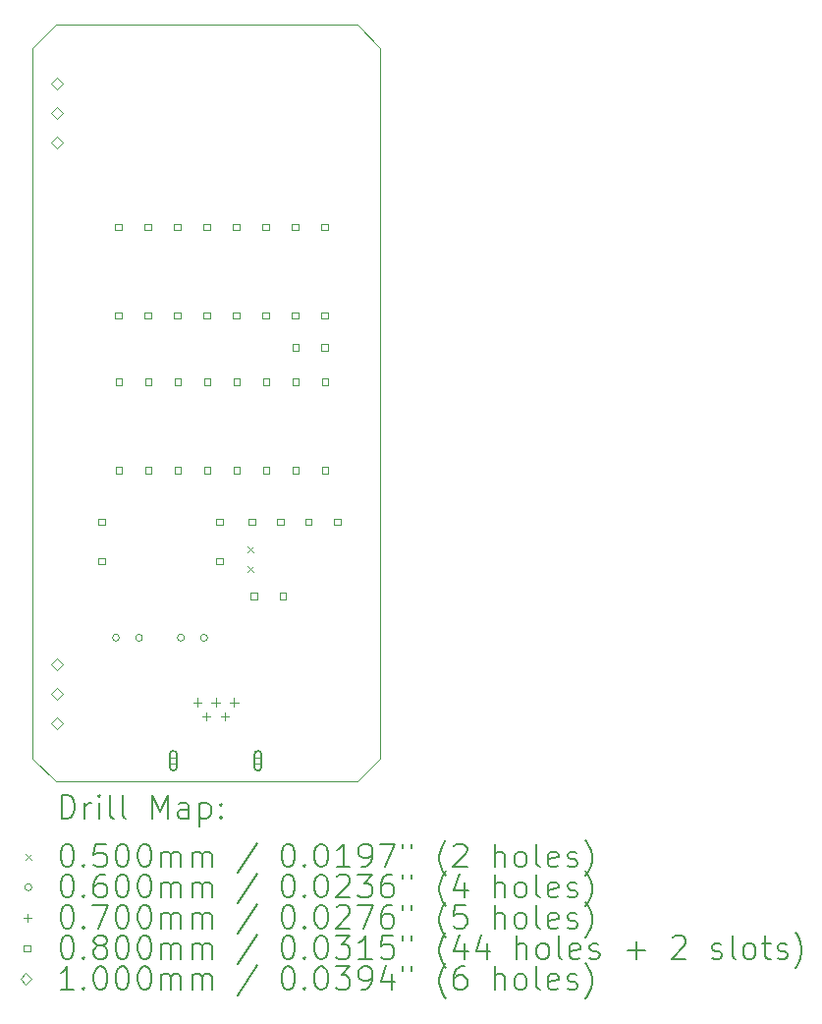
<source format=gbr>
%FSLAX45Y45*%
G04 Gerber Fmt 4.5, Leading zero omitted, Abs format (unit mm)*
G04 Created by KiCad (PCBNEW 6.0.1-79c1e3a40b~116~ubuntu21.04.1) date 2022-02-15 17:09:27*
%MOMM*%
%LPD*%
G01*
G04 APERTURE LIST*
%TA.AperFunction,Profile*%
%ADD10C,0.100000*%
%TD*%
%ADD11C,0.200000*%
%ADD12C,0.050000*%
%ADD13C,0.060000*%
%ADD14C,0.070000*%
%ADD15C,0.080000*%
%ADD16C,0.100000*%
G04 APERTURE END LIST*
D10*
X11540000Y-13060000D02*
X11540000Y-6940000D01*
X8740000Y-13260000D02*
X8540000Y-13060000D01*
X8740000Y-13260000D02*
X11340000Y-13260000D01*
X11340000Y-6740000D02*
X11540000Y-6940000D01*
X8540000Y-6940000D02*
X8740000Y-6740000D01*
X8740000Y-6740000D02*
X11340000Y-6740000D01*
X11340000Y-13260000D02*
X11540000Y-13060000D01*
X8540000Y-13060000D02*
X8540000Y-6940000D01*
D11*
D12*
X10395000Y-11230000D02*
X10445000Y-11280000D01*
X10445000Y-11230000D02*
X10395000Y-11280000D01*
X10395000Y-11400000D02*
X10445000Y-11450000D01*
X10445000Y-11400000D02*
X10395000Y-11450000D01*
D13*
X9290000Y-12020000D02*
G75*
G03*
X9290000Y-12020000I-30000J0D01*
G01*
X9490000Y-12020000D02*
G75*
G03*
X9490000Y-12020000I-30000J0D01*
G01*
X9850000Y-12020000D02*
G75*
G03*
X9850000Y-12020000I-30000J0D01*
G01*
X10050000Y-12020000D02*
G75*
G03*
X10050000Y-12020000I-30000J0D01*
G01*
D14*
X9960000Y-12540000D02*
X9960000Y-12610000D01*
X9925000Y-12575000D02*
X9995000Y-12575000D01*
X10040000Y-12660000D02*
X10040000Y-12730000D01*
X10005000Y-12695000D02*
X10075000Y-12695000D01*
X10120000Y-12540000D02*
X10120000Y-12610000D01*
X10085000Y-12575000D02*
X10155000Y-12575000D01*
X10200000Y-12660000D02*
X10200000Y-12730000D01*
X10165000Y-12695000D02*
X10235000Y-12695000D01*
X10280000Y-12540000D02*
X10280000Y-12610000D01*
X10245000Y-12575000D02*
X10315000Y-12575000D01*
D15*
X9168285Y-11048285D02*
X9168285Y-10991716D01*
X9111716Y-10991716D01*
X9111716Y-11048285D01*
X9168285Y-11048285D01*
X9168285Y-11388284D02*
X9168285Y-11331715D01*
X9111716Y-11331715D01*
X9111716Y-11388284D01*
X9168285Y-11388284D01*
X9310285Y-8508285D02*
X9310285Y-8451716D01*
X9253716Y-8451716D01*
X9253716Y-8508285D01*
X9310285Y-8508285D01*
X9310285Y-9270285D02*
X9310285Y-9213716D01*
X9253716Y-9213716D01*
X9253716Y-9270285D01*
X9310285Y-9270285D01*
X9313285Y-9841285D02*
X9313285Y-9784716D01*
X9256716Y-9784716D01*
X9256716Y-9841285D01*
X9313285Y-9841285D01*
X9313285Y-10603285D02*
X9313285Y-10546716D01*
X9256716Y-10546716D01*
X9256716Y-10603285D01*
X9313285Y-10603285D01*
X9564285Y-8508285D02*
X9564285Y-8451716D01*
X9507716Y-8451716D01*
X9507716Y-8508285D01*
X9564285Y-8508285D01*
X9564285Y-9270285D02*
X9564285Y-9213716D01*
X9507716Y-9213716D01*
X9507716Y-9270285D01*
X9564285Y-9270285D01*
X9567285Y-9841285D02*
X9567285Y-9784716D01*
X9510716Y-9784716D01*
X9510716Y-9841285D01*
X9567285Y-9841285D01*
X9567285Y-10603285D02*
X9567285Y-10546716D01*
X9510716Y-10546716D01*
X9510716Y-10603285D01*
X9567285Y-10603285D01*
X9783285Y-13108284D02*
X9783285Y-13051715D01*
X9726716Y-13051715D01*
X9726716Y-13108284D01*
X9783285Y-13108284D01*
D11*
X9725000Y-13025000D02*
X9725000Y-13135000D01*
X9785000Y-13025000D02*
X9785000Y-13135000D01*
X9725000Y-13135000D02*
G75*
G03*
X9785000Y-13135000I30000J0D01*
G01*
X9785000Y-13025000D02*
G75*
G03*
X9725000Y-13025000I-30000J0D01*
G01*
D15*
X9818285Y-8508285D02*
X9818285Y-8451716D01*
X9761716Y-8451716D01*
X9761716Y-8508285D01*
X9818285Y-8508285D01*
X9818285Y-9270285D02*
X9818285Y-9213716D01*
X9761716Y-9213716D01*
X9761716Y-9270285D01*
X9818285Y-9270285D01*
X9821285Y-9841285D02*
X9821285Y-9784716D01*
X9764716Y-9784716D01*
X9764716Y-9841285D01*
X9821285Y-9841285D01*
X9821285Y-10603285D02*
X9821285Y-10546716D01*
X9764716Y-10546716D01*
X9764716Y-10603285D01*
X9821285Y-10603285D01*
X10072285Y-8508285D02*
X10072285Y-8451716D01*
X10015716Y-8451716D01*
X10015716Y-8508285D01*
X10072285Y-8508285D01*
X10072285Y-9270285D02*
X10072285Y-9213716D01*
X10015716Y-9213716D01*
X10015716Y-9270285D01*
X10072285Y-9270285D01*
X10075285Y-9841285D02*
X10075285Y-9784716D01*
X10018716Y-9784716D01*
X10018716Y-9841285D01*
X10075285Y-9841285D01*
X10075285Y-10603285D02*
X10075285Y-10546716D01*
X10018716Y-10546716D01*
X10018716Y-10603285D01*
X10075285Y-10603285D01*
X10184285Y-11048285D02*
X10184285Y-10991716D01*
X10127716Y-10991716D01*
X10127716Y-11048285D01*
X10184285Y-11048285D01*
X10184285Y-11388284D02*
X10184285Y-11331715D01*
X10127716Y-11331715D01*
X10127716Y-11388284D01*
X10184285Y-11388284D01*
X10326285Y-8508285D02*
X10326285Y-8451716D01*
X10269716Y-8451716D01*
X10269716Y-8508285D01*
X10326285Y-8508285D01*
X10326285Y-9270285D02*
X10326285Y-9213716D01*
X10269716Y-9213716D01*
X10269716Y-9270285D01*
X10326285Y-9270285D01*
X10329285Y-9841285D02*
X10329285Y-9784716D01*
X10272716Y-9784716D01*
X10272716Y-9841285D01*
X10329285Y-9841285D01*
X10329285Y-10603285D02*
X10329285Y-10546716D01*
X10272716Y-10546716D01*
X10272716Y-10603285D01*
X10329285Y-10603285D01*
X10458285Y-11048285D02*
X10458285Y-10991716D01*
X10401716Y-10991716D01*
X10401716Y-11048285D01*
X10458285Y-11048285D01*
X10478285Y-11688284D02*
X10478285Y-11631715D01*
X10421716Y-11631715D01*
X10421716Y-11688284D01*
X10478285Y-11688284D01*
X10513285Y-13108284D02*
X10513285Y-13051715D01*
X10456716Y-13051715D01*
X10456716Y-13108284D01*
X10513285Y-13108284D01*
D11*
X10455000Y-13025000D02*
X10455000Y-13135000D01*
X10515000Y-13025000D02*
X10515000Y-13135000D01*
X10455000Y-13135000D02*
G75*
G03*
X10515000Y-13135000I30000J0D01*
G01*
X10515000Y-13025000D02*
G75*
G03*
X10455000Y-13025000I-30000J0D01*
G01*
D15*
X10580285Y-8508285D02*
X10580285Y-8451716D01*
X10523716Y-8451716D01*
X10523716Y-8508285D01*
X10580285Y-8508285D01*
X10580285Y-9270285D02*
X10580285Y-9213716D01*
X10523716Y-9213716D01*
X10523716Y-9270285D01*
X10580285Y-9270285D01*
X10583285Y-9841285D02*
X10583285Y-9784716D01*
X10526716Y-9784716D01*
X10526716Y-9841285D01*
X10583285Y-9841285D01*
X10583285Y-10603285D02*
X10583285Y-10546716D01*
X10526716Y-10546716D01*
X10526716Y-10603285D01*
X10583285Y-10603285D01*
X10708285Y-11048285D02*
X10708285Y-10991716D01*
X10651716Y-10991716D01*
X10651716Y-11048285D01*
X10708285Y-11048285D01*
X10728285Y-11688284D02*
X10728285Y-11631715D01*
X10671716Y-11631715D01*
X10671716Y-11688284D01*
X10728285Y-11688284D01*
X10834285Y-8508285D02*
X10834285Y-8451716D01*
X10777716Y-8451716D01*
X10777716Y-8508285D01*
X10834285Y-8508285D01*
X10834285Y-9270285D02*
X10834285Y-9213716D01*
X10777716Y-9213716D01*
X10777716Y-9270285D01*
X10834285Y-9270285D01*
X10837285Y-9841285D02*
X10837285Y-9784716D01*
X10780716Y-9784716D01*
X10780716Y-9841285D01*
X10837285Y-9841285D01*
X10837285Y-10603285D02*
X10837285Y-10546716D01*
X10780716Y-10546716D01*
X10780716Y-10603285D01*
X10837285Y-10603285D01*
X10838285Y-9548285D02*
X10838285Y-9491716D01*
X10781716Y-9491716D01*
X10781716Y-9548285D01*
X10838285Y-9548285D01*
X10948285Y-11048285D02*
X10948285Y-10991716D01*
X10891716Y-10991716D01*
X10891716Y-11048285D01*
X10948285Y-11048285D01*
X11088285Y-8508285D02*
X11088285Y-8451716D01*
X11031716Y-8451716D01*
X11031716Y-8508285D01*
X11088285Y-8508285D01*
X11088285Y-9270285D02*
X11088285Y-9213716D01*
X11031716Y-9213716D01*
X11031716Y-9270285D01*
X11088285Y-9270285D01*
X11088285Y-9548285D02*
X11088285Y-9491716D01*
X11031716Y-9491716D01*
X11031716Y-9548285D01*
X11088285Y-9548285D01*
X11091285Y-9841285D02*
X11091285Y-9784716D01*
X11034716Y-9784716D01*
X11034716Y-9841285D01*
X11091285Y-9841285D01*
X11091285Y-10603285D02*
X11091285Y-10546716D01*
X11034716Y-10546716D01*
X11034716Y-10603285D01*
X11091285Y-10603285D01*
X11198284Y-11048285D02*
X11198284Y-10991716D01*
X11141716Y-10991716D01*
X11141716Y-11048285D01*
X11198284Y-11048285D01*
D16*
X8750000Y-7296000D02*
X8800000Y-7246000D01*
X8750000Y-7196000D01*
X8700000Y-7246000D01*
X8750000Y-7296000D01*
X8750000Y-7550000D02*
X8800000Y-7500000D01*
X8750000Y-7450000D01*
X8700000Y-7500000D01*
X8750000Y-7550000D01*
X8750000Y-7804000D02*
X8800000Y-7754000D01*
X8750000Y-7704000D01*
X8700000Y-7754000D01*
X8750000Y-7804000D01*
X8750000Y-12296000D02*
X8800000Y-12246000D01*
X8750000Y-12196000D01*
X8700000Y-12246000D01*
X8750000Y-12296000D01*
X8750000Y-12550000D02*
X8800000Y-12500000D01*
X8750000Y-12450000D01*
X8700000Y-12500000D01*
X8750000Y-12550000D01*
X8750000Y-12804000D02*
X8800000Y-12754000D01*
X8750000Y-12704000D01*
X8700000Y-12754000D01*
X8750000Y-12804000D01*
D11*
X8792619Y-13575476D02*
X8792619Y-13375476D01*
X8840238Y-13375476D01*
X8868810Y-13385000D01*
X8887857Y-13404048D01*
X8897381Y-13423095D01*
X8906905Y-13461190D01*
X8906905Y-13489762D01*
X8897381Y-13527857D01*
X8887857Y-13546905D01*
X8868810Y-13565952D01*
X8840238Y-13575476D01*
X8792619Y-13575476D01*
X8992619Y-13575476D02*
X8992619Y-13442143D01*
X8992619Y-13480238D02*
X9002143Y-13461190D01*
X9011667Y-13451667D01*
X9030714Y-13442143D01*
X9049762Y-13442143D01*
X9116429Y-13575476D02*
X9116429Y-13442143D01*
X9116429Y-13375476D02*
X9106905Y-13385000D01*
X9116429Y-13394524D01*
X9125952Y-13385000D01*
X9116429Y-13375476D01*
X9116429Y-13394524D01*
X9240238Y-13575476D02*
X9221190Y-13565952D01*
X9211667Y-13546905D01*
X9211667Y-13375476D01*
X9345000Y-13575476D02*
X9325952Y-13565952D01*
X9316429Y-13546905D01*
X9316429Y-13375476D01*
X9573571Y-13575476D02*
X9573571Y-13375476D01*
X9640238Y-13518333D01*
X9706905Y-13375476D01*
X9706905Y-13575476D01*
X9887857Y-13575476D02*
X9887857Y-13470714D01*
X9878333Y-13451667D01*
X9859286Y-13442143D01*
X9821190Y-13442143D01*
X9802143Y-13451667D01*
X9887857Y-13565952D02*
X9868810Y-13575476D01*
X9821190Y-13575476D01*
X9802143Y-13565952D01*
X9792619Y-13546905D01*
X9792619Y-13527857D01*
X9802143Y-13508809D01*
X9821190Y-13499286D01*
X9868810Y-13499286D01*
X9887857Y-13489762D01*
X9983095Y-13442143D02*
X9983095Y-13642143D01*
X9983095Y-13451667D02*
X10002143Y-13442143D01*
X10040238Y-13442143D01*
X10059286Y-13451667D01*
X10068810Y-13461190D01*
X10078333Y-13480238D01*
X10078333Y-13537381D01*
X10068810Y-13556428D01*
X10059286Y-13565952D01*
X10040238Y-13575476D01*
X10002143Y-13575476D01*
X9983095Y-13565952D01*
X10164048Y-13556428D02*
X10173571Y-13565952D01*
X10164048Y-13575476D01*
X10154524Y-13565952D01*
X10164048Y-13556428D01*
X10164048Y-13575476D01*
X10164048Y-13451667D02*
X10173571Y-13461190D01*
X10164048Y-13470714D01*
X10154524Y-13461190D01*
X10164048Y-13451667D01*
X10164048Y-13470714D01*
D12*
X8485000Y-13880000D02*
X8535000Y-13930000D01*
X8535000Y-13880000D02*
X8485000Y-13930000D01*
D11*
X8830714Y-13795476D02*
X8849762Y-13795476D01*
X8868810Y-13805000D01*
X8878333Y-13814524D01*
X8887857Y-13833571D01*
X8897381Y-13871667D01*
X8897381Y-13919286D01*
X8887857Y-13957381D01*
X8878333Y-13976428D01*
X8868810Y-13985952D01*
X8849762Y-13995476D01*
X8830714Y-13995476D01*
X8811667Y-13985952D01*
X8802143Y-13976428D01*
X8792619Y-13957381D01*
X8783095Y-13919286D01*
X8783095Y-13871667D01*
X8792619Y-13833571D01*
X8802143Y-13814524D01*
X8811667Y-13805000D01*
X8830714Y-13795476D01*
X8983095Y-13976428D02*
X8992619Y-13985952D01*
X8983095Y-13995476D01*
X8973571Y-13985952D01*
X8983095Y-13976428D01*
X8983095Y-13995476D01*
X9173571Y-13795476D02*
X9078333Y-13795476D01*
X9068810Y-13890714D01*
X9078333Y-13881190D01*
X9097381Y-13871667D01*
X9145000Y-13871667D01*
X9164048Y-13881190D01*
X9173571Y-13890714D01*
X9183095Y-13909762D01*
X9183095Y-13957381D01*
X9173571Y-13976428D01*
X9164048Y-13985952D01*
X9145000Y-13995476D01*
X9097381Y-13995476D01*
X9078333Y-13985952D01*
X9068810Y-13976428D01*
X9306905Y-13795476D02*
X9325952Y-13795476D01*
X9345000Y-13805000D01*
X9354524Y-13814524D01*
X9364048Y-13833571D01*
X9373571Y-13871667D01*
X9373571Y-13919286D01*
X9364048Y-13957381D01*
X9354524Y-13976428D01*
X9345000Y-13985952D01*
X9325952Y-13995476D01*
X9306905Y-13995476D01*
X9287857Y-13985952D01*
X9278333Y-13976428D01*
X9268810Y-13957381D01*
X9259286Y-13919286D01*
X9259286Y-13871667D01*
X9268810Y-13833571D01*
X9278333Y-13814524D01*
X9287857Y-13805000D01*
X9306905Y-13795476D01*
X9497381Y-13795476D02*
X9516429Y-13795476D01*
X9535476Y-13805000D01*
X9545000Y-13814524D01*
X9554524Y-13833571D01*
X9564048Y-13871667D01*
X9564048Y-13919286D01*
X9554524Y-13957381D01*
X9545000Y-13976428D01*
X9535476Y-13985952D01*
X9516429Y-13995476D01*
X9497381Y-13995476D01*
X9478333Y-13985952D01*
X9468810Y-13976428D01*
X9459286Y-13957381D01*
X9449762Y-13919286D01*
X9449762Y-13871667D01*
X9459286Y-13833571D01*
X9468810Y-13814524D01*
X9478333Y-13805000D01*
X9497381Y-13795476D01*
X9649762Y-13995476D02*
X9649762Y-13862143D01*
X9649762Y-13881190D02*
X9659286Y-13871667D01*
X9678333Y-13862143D01*
X9706905Y-13862143D01*
X9725952Y-13871667D01*
X9735476Y-13890714D01*
X9735476Y-13995476D01*
X9735476Y-13890714D02*
X9745000Y-13871667D01*
X9764048Y-13862143D01*
X9792619Y-13862143D01*
X9811667Y-13871667D01*
X9821190Y-13890714D01*
X9821190Y-13995476D01*
X9916429Y-13995476D02*
X9916429Y-13862143D01*
X9916429Y-13881190D02*
X9925952Y-13871667D01*
X9945000Y-13862143D01*
X9973571Y-13862143D01*
X9992619Y-13871667D01*
X10002143Y-13890714D01*
X10002143Y-13995476D01*
X10002143Y-13890714D02*
X10011667Y-13871667D01*
X10030714Y-13862143D01*
X10059286Y-13862143D01*
X10078333Y-13871667D01*
X10087857Y-13890714D01*
X10087857Y-13995476D01*
X10478333Y-13785952D02*
X10306905Y-14043095D01*
X10735476Y-13795476D02*
X10754524Y-13795476D01*
X10773571Y-13805000D01*
X10783095Y-13814524D01*
X10792619Y-13833571D01*
X10802143Y-13871667D01*
X10802143Y-13919286D01*
X10792619Y-13957381D01*
X10783095Y-13976428D01*
X10773571Y-13985952D01*
X10754524Y-13995476D01*
X10735476Y-13995476D01*
X10716429Y-13985952D01*
X10706905Y-13976428D01*
X10697381Y-13957381D01*
X10687857Y-13919286D01*
X10687857Y-13871667D01*
X10697381Y-13833571D01*
X10706905Y-13814524D01*
X10716429Y-13805000D01*
X10735476Y-13795476D01*
X10887857Y-13976428D02*
X10897381Y-13985952D01*
X10887857Y-13995476D01*
X10878333Y-13985952D01*
X10887857Y-13976428D01*
X10887857Y-13995476D01*
X11021190Y-13795476D02*
X11040238Y-13795476D01*
X11059286Y-13805000D01*
X11068810Y-13814524D01*
X11078333Y-13833571D01*
X11087857Y-13871667D01*
X11087857Y-13919286D01*
X11078333Y-13957381D01*
X11068810Y-13976428D01*
X11059286Y-13985952D01*
X11040238Y-13995476D01*
X11021190Y-13995476D01*
X11002143Y-13985952D01*
X10992619Y-13976428D01*
X10983095Y-13957381D01*
X10973571Y-13919286D01*
X10973571Y-13871667D01*
X10983095Y-13833571D01*
X10992619Y-13814524D01*
X11002143Y-13805000D01*
X11021190Y-13795476D01*
X11278333Y-13995476D02*
X11164048Y-13995476D01*
X11221190Y-13995476D02*
X11221190Y-13795476D01*
X11202143Y-13824048D01*
X11183095Y-13843095D01*
X11164048Y-13852619D01*
X11373571Y-13995476D02*
X11411667Y-13995476D01*
X11430714Y-13985952D01*
X11440238Y-13976428D01*
X11459286Y-13947857D01*
X11468809Y-13909762D01*
X11468809Y-13833571D01*
X11459286Y-13814524D01*
X11449762Y-13805000D01*
X11430714Y-13795476D01*
X11392619Y-13795476D01*
X11373571Y-13805000D01*
X11364048Y-13814524D01*
X11354524Y-13833571D01*
X11354524Y-13881190D01*
X11364048Y-13900238D01*
X11373571Y-13909762D01*
X11392619Y-13919286D01*
X11430714Y-13919286D01*
X11449762Y-13909762D01*
X11459286Y-13900238D01*
X11468809Y-13881190D01*
X11535476Y-13795476D02*
X11668809Y-13795476D01*
X11583095Y-13995476D01*
X11735476Y-13795476D02*
X11735476Y-13833571D01*
X11811667Y-13795476D02*
X11811667Y-13833571D01*
X12106905Y-14071667D02*
X12097381Y-14062143D01*
X12078333Y-14033571D01*
X12068809Y-14014524D01*
X12059286Y-13985952D01*
X12049762Y-13938333D01*
X12049762Y-13900238D01*
X12059286Y-13852619D01*
X12068809Y-13824048D01*
X12078333Y-13805000D01*
X12097381Y-13776428D01*
X12106905Y-13766905D01*
X12173571Y-13814524D02*
X12183095Y-13805000D01*
X12202143Y-13795476D01*
X12249762Y-13795476D01*
X12268809Y-13805000D01*
X12278333Y-13814524D01*
X12287857Y-13833571D01*
X12287857Y-13852619D01*
X12278333Y-13881190D01*
X12164048Y-13995476D01*
X12287857Y-13995476D01*
X12525952Y-13995476D02*
X12525952Y-13795476D01*
X12611667Y-13995476D02*
X12611667Y-13890714D01*
X12602143Y-13871667D01*
X12583095Y-13862143D01*
X12554524Y-13862143D01*
X12535476Y-13871667D01*
X12525952Y-13881190D01*
X12735476Y-13995476D02*
X12716428Y-13985952D01*
X12706905Y-13976428D01*
X12697381Y-13957381D01*
X12697381Y-13900238D01*
X12706905Y-13881190D01*
X12716428Y-13871667D01*
X12735476Y-13862143D01*
X12764048Y-13862143D01*
X12783095Y-13871667D01*
X12792619Y-13881190D01*
X12802143Y-13900238D01*
X12802143Y-13957381D01*
X12792619Y-13976428D01*
X12783095Y-13985952D01*
X12764048Y-13995476D01*
X12735476Y-13995476D01*
X12916428Y-13995476D02*
X12897381Y-13985952D01*
X12887857Y-13966905D01*
X12887857Y-13795476D01*
X13068809Y-13985952D02*
X13049762Y-13995476D01*
X13011667Y-13995476D01*
X12992619Y-13985952D01*
X12983095Y-13966905D01*
X12983095Y-13890714D01*
X12992619Y-13871667D01*
X13011667Y-13862143D01*
X13049762Y-13862143D01*
X13068809Y-13871667D01*
X13078333Y-13890714D01*
X13078333Y-13909762D01*
X12983095Y-13928809D01*
X13154524Y-13985952D02*
X13173571Y-13995476D01*
X13211667Y-13995476D01*
X13230714Y-13985952D01*
X13240238Y-13966905D01*
X13240238Y-13957381D01*
X13230714Y-13938333D01*
X13211667Y-13928809D01*
X13183095Y-13928809D01*
X13164048Y-13919286D01*
X13154524Y-13900238D01*
X13154524Y-13890714D01*
X13164048Y-13871667D01*
X13183095Y-13862143D01*
X13211667Y-13862143D01*
X13230714Y-13871667D01*
X13306905Y-14071667D02*
X13316428Y-14062143D01*
X13335476Y-14033571D01*
X13345000Y-14014524D01*
X13354524Y-13985952D01*
X13364048Y-13938333D01*
X13364048Y-13900238D01*
X13354524Y-13852619D01*
X13345000Y-13824048D01*
X13335476Y-13805000D01*
X13316428Y-13776428D01*
X13306905Y-13766905D01*
D13*
X8535000Y-14169000D02*
G75*
G03*
X8535000Y-14169000I-30000J0D01*
G01*
D11*
X8830714Y-14059476D02*
X8849762Y-14059476D01*
X8868810Y-14069000D01*
X8878333Y-14078524D01*
X8887857Y-14097571D01*
X8897381Y-14135667D01*
X8897381Y-14183286D01*
X8887857Y-14221381D01*
X8878333Y-14240428D01*
X8868810Y-14249952D01*
X8849762Y-14259476D01*
X8830714Y-14259476D01*
X8811667Y-14249952D01*
X8802143Y-14240428D01*
X8792619Y-14221381D01*
X8783095Y-14183286D01*
X8783095Y-14135667D01*
X8792619Y-14097571D01*
X8802143Y-14078524D01*
X8811667Y-14069000D01*
X8830714Y-14059476D01*
X8983095Y-14240428D02*
X8992619Y-14249952D01*
X8983095Y-14259476D01*
X8973571Y-14249952D01*
X8983095Y-14240428D01*
X8983095Y-14259476D01*
X9164048Y-14059476D02*
X9125952Y-14059476D01*
X9106905Y-14069000D01*
X9097381Y-14078524D01*
X9078333Y-14107095D01*
X9068810Y-14145190D01*
X9068810Y-14221381D01*
X9078333Y-14240428D01*
X9087857Y-14249952D01*
X9106905Y-14259476D01*
X9145000Y-14259476D01*
X9164048Y-14249952D01*
X9173571Y-14240428D01*
X9183095Y-14221381D01*
X9183095Y-14173762D01*
X9173571Y-14154714D01*
X9164048Y-14145190D01*
X9145000Y-14135667D01*
X9106905Y-14135667D01*
X9087857Y-14145190D01*
X9078333Y-14154714D01*
X9068810Y-14173762D01*
X9306905Y-14059476D02*
X9325952Y-14059476D01*
X9345000Y-14069000D01*
X9354524Y-14078524D01*
X9364048Y-14097571D01*
X9373571Y-14135667D01*
X9373571Y-14183286D01*
X9364048Y-14221381D01*
X9354524Y-14240428D01*
X9345000Y-14249952D01*
X9325952Y-14259476D01*
X9306905Y-14259476D01*
X9287857Y-14249952D01*
X9278333Y-14240428D01*
X9268810Y-14221381D01*
X9259286Y-14183286D01*
X9259286Y-14135667D01*
X9268810Y-14097571D01*
X9278333Y-14078524D01*
X9287857Y-14069000D01*
X9306905Y-14059476D01*
X9497381Y-14059476D02*
X9516429Y-14059476D01*
X9535476Y-14069000D01*
X9545000Y-14078524D01*
X9554524Y-14097571D01*
X9564048Y-14135667D01*
X9564048Y-14183286D01*
X9554524Y-14221381D01*
X9545000Y-14240428D01*
X9535476Y-14249952D01*
X9516429Y-14259476D01*
X9497381Y-14259476D01*
X9478333Y-14249952D01*
X9468810Y-14240428D01*
X9459286Y-14221381D01*
X9449762Y-14183286D01*
X9449762Y-14135667D01*
X9459286Y-14097571D01*
X9468810Y-14078524D01*
X9478333Y-14069000D01*
X9497381Y-14059476D01*
X9649762Y-14259476D02*
X9649762Y-14126143D01*
X9649762Y-14145190D02*
X9659286Y-14135667D01*
X9678333Y-14126143D01*
X9706905Y-14126143D01*
X9725952Y-14135667D01*
X9735476Y-14154714D01*
X9735476Y-14259476D01*
X9735476Y-14154714D02*
X9745000Y-14135667D01*
X9764048Y-14126143D01*
X9792619Y-14126143D01*
X9811667Y-14135667D01*
X9821190Y-14154714D01*
X9821190Y-14259476D01*
X9916429Y-14259476D02*
X9916429Y-14126143D01*
X9916429Y-14145190D02*
X9925952Y-14135667D01*
X9945000Y-14126143D01*
X9973571Y-14126143D01*
X9992619Y-14135667D01*
X10002143Y-14154714D01*
X10002143Y-14259476D01*
X10002143Y-14154714D02*
X10011667Y-14135667D01*
X10030714Y-14126143D01*
X10059286Y-14126143D01*
X10078333Y-14135667D01*
X10087857Y-14154714D01*
X10087857Y-14259476D01*
X10478333Y-14049952D02*
X10306905Y-14307095D01*
X10735476Y-14059476D02*
X10754524Y-14059476D01*
X10773571Y-14069000D01*
X10783095Y-14078524D01*
X10792619Y-14097571D01*
X10802143Y-14135667D01*
X10802143Y-14183286D01*
X10792619Y-14221381D01*
X10783095Y-14240428D01*
X10773571Y-14249952D01*
X10754524Y-14259476D01*
X10735476Y-14259476D01*
X10716429Y-14249952D01*
X10706905Y-14240428D01*
X10697381Y-14221381D01*
X10687857Y-14183286D01*
X10687857Y-14135667D01*
X10697381Y-14097571D01*
X10706905Y-14078524D01*
X10716429Y-14069000D01*
X10735476Y-14059476D01*
X10887857Y-14240428D02*
X10897381Y-14249952D01*
X10887857Y-14259476D01*
X10878333Y-14249952D01*
X10887857Y-14240428D01*
X10887857Y-14259476D01*
X11021190Y-14059476D02*
X11040238Y-14059476D01*
X11059286Y-14069000D01*
X11068810Y-14078524D01*
X11078333Y-14097571D01*
X11087857Y-14135667D01*
X11087857Y-14183286D01*
X11078333Y-14221381D01*
X11068810Y-14240428D01*
X11059286Y-14249952D01*
X11040238Y-14259476D01*
X11021190Y-14259476D01*
X11002143Y-14249952D01*
X10992619Y-14240428D01*
X10983095Y-14221381D01*
X10973571Y-14183286D01*
X10973571Y-14135667D01*
X10983095Y-14097571D01*
X10992619Y-14078524D01*
X11002143Y-14069000D01*
X11021190Y-14059476D01*
X11164048Y-14078524D02*
X11173571Y-14069000D01*
X11192619Y-14059476D01*
X11240238Y-14059476D01*
X11259286Y-14069000D01*
X11268809Y-14078524D01*
X11278333Y-14097571D01*
X11278333Y-14116619D01*
X11268809Y-14145190D01*
X11154524Y-14259476D01*
X11278333Y-14259476D01*
X11345000Y-14059476D02*
X11468809Y-14059476D01*
X11402143Y-14135667D01*
X11430714Y-14135667D01*
X11449762Y-14145190D01*
X11459286Y-14154714D01*
X11468809Y-14173762D01*
X11468809Y-14221381D01*
X11459286Y-14240428D01*
X11449762Y-14249952D01*
X11430714Y-14259476D01*
X11373571Y-14259476D01*
X11354524Y-14249952D01*
X11345000Y-14240428D01*
X11640238Y-14059476D02*
X11602143Y-14059476D01*
X11583095Y-14069000D01*
X11573571Y-14078524D01*
X11554524Y-14107095D01*
X11545000Y-14145190D01*
X11545000Y-14221381D01*
X11554524Y-14240428D01*
X11564048Y-14249952D01*
X11583095Y-14259476D01*
X11621190Y-14259476D01*
X11640238Y-14249952D01*
X11649762Y-14240428D01*
X11659286Y-14221381D01*
X11659286Y-14173762D01*
X11649762Y-14154714D01*
X11640238Y-14145190D01*
X11621190Y-14135667D01*
X11583095Y-14135667D01*
X11564048Y-14145190D01*
X11554524Y-14154714D01*
X11545000Y-14173762D01*
X11735476Y-14059476D02*
X11735476Y-14097571D01*
X11811667Y-14059476D02*
X11811667Y-14097571D01*
X12106905Y-14335667D02*
X12097381Y-14326143D01*
X12078333Y-14297571D01*
X12068809Y-14278524D01*
X12059286Y-14249952D01*
X12049762Y-14202333D01*
X12049762Y-14164238D01*
X12059286Y-14116619D01*
X12068809Y-14088048D01*
X12078333Y-14069000D01*
X12097381Y-14040428D01*
X12106905Y-14030905D01*
X12268809Y-14126143D02*
X12268809Y-14259476D01*
X12221190Y-14049952D02*
X12173571Y-14192809D01*
X12297381Y-14192809D01*
X12525952Y-14259476D02*
X12525952Y-14059476D01*
X12611667Y-14259476D02*
X12611667Y-14154714D01*
X12602143Y-14135667D01*
X12583095Y-14126143D01*
X12554524Y-14126143D01*
X12535476Y-14135667D01*
X12525952Y-14145190D01*
X12735476Y-14259476D02*
X12716428Y-14249952D01*
X12706905Y-14240428D01*
X12697381Y-14221381D01*
X12697381Y-14164238D01*
X12706905Y-14145190D01*
X12716428Y-14135667D01*
X12735476Y-14126143D01*
X12764048Y-14126143D01*
X12783095Y-14135667D01*
X12792619Y-14145190D01*
X12802143Y-14164238D01*
X12802143Y-14221381D01*
X12792619Y-14240428D01*
X12783095Y-14249952D01*
X12764048Y-14259476D01*
X12735476Y-14259476D01*
X12916428Y-14259476D02*
X12897381Y-14249952D01*
X12887857Y-14230905D01*
X12887857Y-14059476D01*
X13068809Y-14249952D02*
X13049762Y-14259476D01*
X13011667Y-14259476D01*
X12992619Y-14249952D01*
X12983095Y-14230905D01*
X12983095Y-14154714D01*
X12992619Y-14135667D01*
X13011667Y-14126143D01*
X13049762Y-14126143D01*
X13068809Y-14135667D01*
X13078333Y-14154714D01*
X13078333Y-14173762D01*
X12983095Y-14192809D01*
X13154524Y-14249952D02*
X13173571Y-14259476D01*
X13211667Y-14259476D01*
X13230714Y-14249952D01*
X13240238Y-14230905D01*
X13240238Y-14221381D01*
X13230714Y-14202333D01*
X13211667Y-14192809D01*
X13183095Y-14192809D01*
X13164048Y-14183286D01*
X13154524Y-14164238D01*
X13154524Y-14154714D01*
X13164048Y-14135667D01*
X13183095Y-14126143D01*
X13211667Y-14126143D01*
X13230714Y-14135667D01*
X13306905Y-14335667D02*
X13316428Y-14326143D01*
X13335476Y-14297571D01*
X13345000Y-14278524D01*
X13354524Y-14249952D01*
X13364048Y-14202333D01*
X13364048Y-14164238D01*
X13354524Y-14116619D01*
X13345000Y-14088048D01*
X13335476Y-14069000D01*
X13316428Y-14040428D01*
X13306905Y-14030905D01*
D14*
X8500000Y-14398000D02*
X8500000Y-14468000D01*
X8465000Y-14433000D02*
X8535000Y-14433000D01*
D11*
X8830714Y-14323476D02*
X8849762Y-14323476D01*
X8868810Y-14333000D01*
X8878333Y-14342524D01*
X8887857Y-14361571D01*
X8897381Y-14399667D01*
X8897381Y-14447286D01*
X8887857Y-14485381D01*
X8878333Y-14504428D01*
X8868810Y-14513952D01*
X8849762Y-14523476D01*
X8830714Y-14523476D01*
X8811667Y-14513952D01*
X8802143Y-14504428D01*
X8792619Y-14485381D01*
X8783095Y-14447286D01*
X8783095Y-14399667D01*
X8792619Y-14361571D01*
X8802143Y-14342524D01*
X8811667Y-14333000D01*
X8830714Y-14323476D01*
X8983095Y-14504428D02*
X8992619Y-14513952D01*
X8983095Y-14523476D01*
X8973571Y-14513952D01*
X8983095Y-14504428D01*
X8983095Y-14523476D01*
X9059286Y-14323476D02*
X9192619Y-14323476D01*
X9106905Y-14523476D01*
X9306905Y-14323476D02*
X9325952Y-14323476D01*
X9345000Y-14333000D01*
X9354524Y-14342524D01*
X9364048Y-14361571D01*
X9373571Y-14399667D01*
X9373571Y-14447286D01*
X9364048Y-14485381D01*
X9354524Y-14504428D01*
X9345000Y-14513952D01*
X9325952Y-14523476D01*
X9306905Y-14523476D01*
X9287857Y-14513952D01*
X9278333Y-14504428D01*
X9268810Y-14485381D01*
X9259286Y-14447286D01*
X9259286Y-14399667D01*
X9268810Y-14361571D01*
X9278333Y-14342524D01*
X9287857Y-14333000D01*
X9306905Y-14323476D01*
X9497381Y-14323476D02*
X9516429Y-14323476D01*
X9535476Y-14333000D01*
X9545000Y-14342524D01*
X9554524Y-14361571D01*
X9564048Y-14399667D01*
X9564048Y-14447286D01*
X9554524Y-14485381D01*
X9545000Y-14504428D01*
X9535476Y-14513952D01*
X9516429Y-14523476D01*
X9497381Y-14523476D01*
X9478333Y-14513952D01*
X9468810Y-14504428D01*
X9459286Y-14485381D01*
X9449762Y-14447286D01*
X9449762Y-14399667D01*
X9459286Y-14361571D01*
X9468810Y-14342524D01*
X9478333Y-14333000D01*
X9497381Y-14323476D01*
X9649762Y-14523476D02*
X9649762Y-14390143D01*
X9649762Y-14409190D02*
X9659286Y-14399667D01*
X9678333Y-14390143D01*
X9706905Y-14390143D01*
X9725952Y-14399667D01*
X9735476Y-14418714D01*
X9735476Y-14523476D01*
X9735476Y-14418714D02*
X9745000Y-14399667D01*
X9764048Y-14390143D01*
X9792619Y-14390143D01*
X9811667Y-14399667D01*
X9821190Y-14418714D01*
X9821190Y-14523476D01*
X9916429Y-14523476D02*
X9916429Y-14390143D01*
X9916429Y-14409190D02*
X9925952Y-14399667D01*
X9945000Y-14390143D01*
X9973571Y-14390143D01*
X9992619Y-14399667D01*
X10002143Y-14418714D01*
X10002143Y-14523476D01*
X10002143Y-14418714D02*
X10011667Y-14399667D01*
X10030714Y-14390143D01*
X10059286Y-14390143D01*
X10078333Y-14399667D01*
X10087857Y-14418714D01*
X10087857Y-14523476D01*
X10478333Y-14313952D02*
X10306905Y-14571095D01*
X10735476Y-14323476D02*
X10754524Y-14323476D01*
X10773571Y-14333000D01*
X10783095Y-14342524D01*
X10792619Y-14361571D01*
X10802143Y-14399667D01*
X10802143Y-14447286D01*
X10792619Y-14485381D01*
X10783095Y-14504428D01*
X10773571Y-14513952D01*
X10754524Y-14523476D01*
X10735476Y-14523476D01*
X10716429Y-14513952D01*
X10706905Y-14504428D01*
X10697381Y-14485381D01*
X10687857Y-14447286D01*
X10687857Y-14399667D01*
X10697381Y-14361571D01*
X10706905Y-14342524D01*
X10716429Y-14333000D01*
X10735476Y-14323476D01*
X10887857Y-14504428D02*
X10897381Y-14513952D01*
X10887857Y-14523476D01*
X10878333Y-14513952D01*
X10887857Y-14504428D01*
X10887857Y-14523476D01*
X11021190Y-14323476D02*
X11040238Y-14323476D01*
X11059286Y-14333000D01*
X11068810Y-14342524D01*
X11078333Y-14361571D01*
X11087857Y-14399667D01*
X11087857Y-14447286D01*
X11078333Y-14485381D01*
X11068810Y-14504428D01*
X11059286Y-14513952D01*
X11040238Y-14523476D01*
X11021190Y-14523476D01*
X11002143Y-14513952D01*
X10992619Y-14504428D01*
X10983095Y-14485381D01*
X10973571Y-14447286D01*
X10973571Y-14399667D01*
X10983095Y-14361571D01*
X10992619Y-14342524D01*
X11002143Y-14333000D01*
X11021190Y-14323476D01*
X11164048Y-14342524D02*
X11173571Y-14333000D01*
X11192619Y-14323476D01*
X11240238Y-14323476D01*
X11259286Y-14333000D01*
X11268809Y-14342524D01*
X11278333Y-14361571D01*
X11278333Y-14380619D01*
X11268809Y-14409190D01*
X11154524Y-14523476D01*
X11278333Y-14523476D01*
X11345000Y-14323476D02*
X11478333Y-14323476D01*
X11392619Y-14523476D01*
X11640238Y-14323476D02*
X11602143Y-14323476D01*
X11583095Y-14333000D01*
X11573571Y-14342524D01*
X11554524Y-14371095D01*
X11545000Y-14409190D01*
X11545000Y-14485381D01*
X11554524Y-14504428D01*
X11564048Y-14513952D01*
X11583095Y-14523476D01*
X11621190Y-14523476D01*
X11640238Y-14513952D01*
X11649762Y-14504428D01*
X11659286Y-14485381D01*
X11659286Y-14437762D01*
X11649762Y-14418714D01*
X11640238Y-14409190D01*
X11621190Y-14399667D01*
X11583095Y-14399667D01*
X11564048Y-14409190D01*
X11554524Y-14418714D01*
X11545000Y-14437762D01*
X11735476Y-14323476D02*
X11735476Y-14361571D01*
X11811667Y-14323476D02*
X11811667Y-14361571D01*
X12106905Y-14599667D02*
X12097381Y-14590143D01*
X12078333Y-14561571D01*
X12068809Y-14542524D01*
X12059286Y-14513952D01*
X12049762Y-14466333D01*
X12049762Y-14428238D01*
X12059286Y-14380619D01*
X12068809Y-14352048D01*
X12078333Y-14333000D01*
X12097381Y-14304428D01*
X12106905Y-14294905D01*
X12278333Y-14323476D02*
X12183095Y-14323476D01*
X12173571Y-14418714D01*
X12183095Y-14409190D01*
X12202143Y-14399667D01*
X12249762Y-14399667D01*
X12268809Y-14409190D01*
X12278333Y-14418714D01*
X12287857Y-14437762D01*
X12287857Y-14485381D01*
X12278333Y-14504428D01*
X12268809Y-14513952D01*
X12249762Y-14523476D01*
X12202143Y-14523476D01*
X12183095Y-14513952D01*
X12173571Y-14504428D01*
X12525952Y-14523476D02*
X12525952Y-14323476D01*
X12611667Y-14523476D02*
X12611667Y-14418714D01*
X12602143Y-14399667D01*
X12583095Y-14390143D01*
X12554524Y-14390143D01*
X12535476Y-14399667D01*
X12525952Y-14409190D01*
X12735476Y-14523476D02*
X12716428Y-14513952D01*
X12706905Y-14504428D01*
X12697381Y-14485381D01*
X12697381Y-14428238D01*
X12706905Y-14409190D01*
X12716428Y-14399667D01*
X12735476Y-14390143D01*
X12764048Y-14390143D01*
X12783095Y-14399667D01*
X12792619Y-14409190D01*
X12802143Y-14428238D01*
X12802143Y-14485381D01*
X12792619Y-14504428D01*
X12783095Y-14513952D01*
X12764048Y-14523476D01*
X12735476Y-14523476D01*
X12916428Y-14523476D02*
X12897381Y-14513952D01*
X12887857Y-14494905D01*
X12887857Y-14323476D01*
X13068809Y-14513952D02*
X13049762Y-14523476D01*
X13011667Y-14523476D01*
X12992619Y-14513952D01*
X12983095Y-14494905D01*
X12983095Y-14418714D01*
X12992619Y-14399667D01*
X13011667Y-14390143D01*
X13049762Y-14390143D01*
X13068809Y-14399667D01*
X13078333Y-14418714D01*
X13078333Y-14437762D01*
X12983095Y-14456809D01*
X13154524Y-14513952D02*
X13173571Y-14523476D01*
X13211667Y-14523476D01*
X13230714Y-14513952D01*
X13240238Y-14494905D01*
X13240238Y-14485381D01*
X13230714Y-14466333D01*
X13211667Y-14456809D01*
X13183095Y-14456809D01*
X13164048Y-14447286D01*
X13154524Y-14428238D01*
X13154524Y-14418714D01*
X13164048Y-14399667D01*
X13183095Y-14390143D01*
X13211667Y-14390143D01*
X13230714Y-14399667D01*
X13306905Y-14599667D02*
X13316428Y-14590143D01*
X13335476Y-14561571D01*
X13345000Y-14542524D01*
X13354524Y-14513952D01*
X13364048Y-14466333D01*
X13364048Y-14428238D01*
X13354524Y-14380619D01*
X13345000Y-14352048D01*
X13335476Y-14333000D01*
X13316428Y-14304428D01*
X13306905Y-14294905D01*
D15*
X8523285Y-14725284D02*
X8523285Y-14668715D01*
X8466716Y-14668715D01*
X8466716Y-14725284D01*
X8523285Y-14725284D01*
D11*
X8830714Y-14587476D02*
X8849762Y-14587476D01*
X8868810Y-14597000D01*
X8878333Y-14606524D01*
X8887857Y-14625571D01*
X8897381Y-14663667D01*
X8897381Y-14711286D01*
X8887857Y-14749381D01*
X8878333Y-14768428D01*
X8868810Y-14777952D01*
X8849762Y-14787476D01*
X8830714Y-14787476D01*
X8811667Y-14777952D01*
X8802143Y-14768428D01*
X8792619Y-14749381D01*
X8783095Y-14711286D01*
X8783095Y-14663667D01*
X8792619Y-14625571D01*
X8802143Y-14606524D01*
X8811667Y-14597000D01*
X8830714Y-14587476D01*
X8983095Y-14768428D02*
X8992619Y-14777952D01*
X8983095Y-14787476D01*
X8973571Y-14777952D01*
X8983095Y-14768428D01*
X8983095Y-14787476D01*
X9106905Y-14673190D02*
X9087857Y-14663667D01*
X9078333Y-14654143D01*
X9068810Y-14635095D01*
X9068810Y-14625571D01*
X9078333Y-14606524D01*
X9087857Y-14597000D01*
X9106905Y-14587476D01*
X9145000Y-14587476D01*
X9164048Y-14597000D01*
X9173571Y-14606524D01*
X9183095Y-14625571D01*
X9183095Y-14635095D01*
X9173571Y-14654143D01*
X9164048Y-14663667D01*
X9145000Y-14673190D01*
X9106905Y-14673190D01*
X9087857Y-14682714D01*
X9078333Y-14692238D01*
X9068810Y-14711286D01*
X9068810Y-14749381D01*
X9078333Y-14768428D01*
X9087857Y-14777952D01*
X9106905Y-14787476D01*
X9145000Y-14787476D01*
X9164048Y-14777952D01*
X9173571Y-14768428D01*
X9183095Y-14749381D01*
X9183095Y-14711286D01*
X9173571Y-14692238D01*
X9164048Y-14682714D01*
X9145000Y-14673190D01*
X9306905Y-14587476D02*
X9325952Y-14587476D01*
X9345000Y-14597000D01*
X9354524Y-14606524D01*
X9364048Y-14625571D01*
X9373571Y-14663667D01*
X9373571Y-14711286D01*
X9364048Y-14749381D01*
X9354524Y-14768428D01*
X9345000Y-14777952D01*
X9325952Y-14787476D01*
X9306905Y-14787476D01*
X9287857Y-14777952D01*
X9278333Y-14768428D01*
X9268810Y-14749381D01*
X9259286Y-14711286D01*
X9259286Y-14663667D01*
X9268810Y-14625571D01*
X9278333Y-14606524D01*
X9287857Y-14597000D01*
X9306905Y-14587476D01*
X9497381Y-14587476D02*
X9516429Y-14587476D01*
X9535476Y-14597000D01*
X9545000Y-14606524D01*
X9554524Y-14625571D01*
X9564048Y-14663667D01*
X9564048Y-14711286D01*
X9554524Y-14749381D01*
X9545000Y-14768428D01*
X9535476Y-14777952D01*
X9516429Y-14787476D01*
X9497381Y-14787476D01*
X9478333Y-14777952D01*
X9468810Y-14768428D01*
X9459286Y-14749381D01*
X9449762Y-14711286D01*
X9449762Y-14663667D01*
X9459286Y-14625571D01*
X9468810Y-14606524D01*
X9478333Y-14597000D01*
X9497381Y-14587476D01*
X9649762Y-14787476D02*
X9649762Y-14654143D01*
X9649762Y-14673190D02*
X9659286Y-14663667D01*
X9678333Y-14654143D01*
X9706905Y-14654143D01*
X9725952Y-14663667D01*
X9735476Y-14682714D01*
X9735476Y-14787476D01*
X9735476Y-14682714D02*
X9745000Y-14663667D01*
X9764048Y-14654143D01*
X9792619Y-14654143D01*
X9811667Y-14663667D01*
X9821190Y-14682714D01*
X9821190Y-14787476D01*
X9916429Y-14787476D02*
X9916429Y-14654143D01*
X9916429Y-14673190D02*
X9925952Y-14663667D01*
X9945000Y-14654143D01*
X9973571Y-14654143D01*
X9992619Y-14663667D01*
X10002143Y-14682714D01*
X10002143Y-14787476D01*
X10002143Y-14682714D02*
X10011667Y-14663667D01*
X10030714Y-14654143D01*
X10059286Y-14654143D01*
X10078333Y-14663667D01*
X10087857Y-14682714D01*
X10087857Y-14787476D01*
X10478333Y-14577952D02*
X10306905Y-14835095D01*
X10735476Y-14587476D02*
X10754524Y-14587476D01*
X10773571Y-14597000D01*
X10783095Y-14606524D01*
X10792619Y-14625571D01*
X10802143Y-14663667D01*
X10802143Y-14711286D01*
X10792619Y-14749381D01*
X10783095Y-14768428D01*
X10773571Y-14777952D01*
X10754524Y-14787476D01*
X10735476Y-14787476D01*
X10716429Y-14777952D01*
X10706905Y-14768428D01*
X10697381Y-14749381D01*
X10687857Y-14711286D01*
X10687857Y-14663667D01*
X10697381Y-14625571D01*
X10706905Y-14606524D01*
X10716429Y-14597000D01*
X10735476Y-14587476D01*
X10887857Y-14768428D02*
X10897381Y-14777952D01*
X10887857Y-14787476D01*
X10878333Y-14777952D01*
X10887857Y-14768428D01*
X10887857Y-14787476D01*
X11021190Y-14587476D02*
X11040238Y-14587476D01*
X11059286Y-14597000D01*
X11068810Y-14606524D01*
X11078333Y-14625571D01*
X11087857Y-14663667D01*
X11087857Y-14711286D01*
X11078333Y-14749381D01*
X11068810Y-14768428D01*
X11059286Y-14777952D01*
X11040238Y-14787476D01*
X11021190Y-14787476D01*
X11002143Y-14777952D01*
X10992619Y-14768428D01*
X10983095Y-14749381D01*
X10973571Y-14711286D01*
X10973571Y-14663667D01*
X10983095Y-14625571D01*
X10992619Y-14606524D01*
X11002143Y-14597000D01*
X11021190Y-14587476D01*
X11154524Y-14587476D02*
X11278333Y-14587476D01*
X11211667Y-14663667D01*
X11240238Y-14663667D01*
X11259286Y-14673190D01*
X11268809Y-14682714D01*
X11278333Y-14701762D01*
X11278333Y-14749381D01*
X11268809Y-14768428D01*
X11259286Y-14777952D01*
X11240238Y-14787476D01*
X11183095Y-14787476D01*
X11164048Y-14777952D01*
X11154524Y-14768428D01*
X11468809Y-14787476D02*
X11354524Y-14787476D01*
X11411667Y-14787476D02*
X11411667Y-14587476D01*
X11392619Y-14616048D01*
X11373571Y-14635095D01*
X11354524Y-14644619D01*
X11649762Y-14587476D02*
X11554524Y-14587476D01*
X11545000Y-14682714D01*
X11554524Y-14673190D01*
X11573571Y-14663667D01*
X11621190Y-14663667D01*
X11640238Y-14673190D01*
X11649762Y-14682714D01*
X11659286Y-14701762D01*
X11659286Y-14749381D01*
X11649762Y-14768428D01*
X11640238Y-14777952D01*
X11621190Y-14787476D01*
X11573571Y-14787476D01*
X11554524Y-14777952D01*
X11545000Y-14768428D01*
X11735476Y-14587476D02*
X11735476Y-14625571D01*
X11811667Y-14587476D02*
X11811667Y-14625571D01*
X12106905Y-14863667D02*
X12097381Y-14854143D01*
X12078333Y-14825571D01*
X12068809Y-14806524D01*
X12059286Y-14777952D01*
X12049762Y-14730333D01*
X12049762Y-14692238D01*
X12059286Y-14644619D01*
X12068809Y-14616048D01*
X12078333Y-14597000D01*
X12097381Y-14568428D01*
X12106905Y-14558905D01*
X12268809Y-14654143D02*
X12268809Y-14787476D01*
X12221190Y-14577952D02*
X12173571Y-14720809D01*
X12297381Y-14720809D01*
X12459286Y-14654143D02*
X12459286Y-14787476D01*
X12411667Y-14577952D02*
X12364048Y-14720809D01*
X12487857Y-14720809D01*
X12716428Y-14787476D02*
X12716428Y-14587476D01*
X12802143Y-14787476D02*
X12802143Y-14682714D01*
X12792619Y-14663667D01*
X12773571Y-14654143D01*
X12745000Y-14654143D01*
X12725952Y-14663667D01*
X12716428Y-14673190D01*
X12925952Y-14787476D02*
X12906905Y-14777952D01*
X12897381Y-14768428D01*
X12887857Y-14749381D01*
X12887857Y-14692238D01*
X12897381Y-14673190D01*
X12906905Y-14663667D01*
X12925952Y-14654143D01*
X12954524Y-14654143D01*
X12973571Y-14663667D01*
X12983095Y-14673190D01*
X12992619Y-14692238D01*
X12992619Y-14749381D01*
X12983095Y-14768428D01*
X12973571Y-14777952D01*
X12954524Y-14787476D01*
X12925952Y-14787476D01*
X13106905Y-14787476D02*
X13087857Y-14777952D01*
X13078333Y-14758905D01*
X13078333Y-14587476D01*
X13259286Y-14777952D02*
X13240238Y-14787476D01*
X13202143Y-14787476D01*
X13183095Y-14777952D01*
X13173571Y-14758905D01*
X13173571Y-14682714D01*
X13183095Y-14663667D01*
X13202143Y-14654143D01*
X13240238Y-14654143D01*
X13259286Y-14663667D01*
X13268809Y-14682714D01*
X13268809Y-14701762D01*
X13173571Y-14720809D01*
X13345000Y-14777952D02*
X13364048Y-14787476D01*
X13402143Y-14787476D01*
X13421190Y-14777952D01*
X13430714Y-14758905D01*
X13430714Y-14749381D01*
X13421190Y-14730333D01*
X13402143Y-14720809D01*
X13373571Y-14720809D01*
X13354524Y-14711286D01*
X13345000Y-14692238D01*
X13345000Y-14682714D01*
X13354524Y-14663667D01*
X13373571Y-14654143D01*
X13402143Y-14654143D01*
X13421190Y-14663667D01*
X13668809Y-14711286D02*
X13821190Y-14711286D01*
X13745000Y-14787476D02*
X13745000Y-14635095D01*
X14059286Y-14606524D02*
X14068809Y-14597000D01*
X14087857Y-14587476D01*
X14135476Y-14587476D01*
X14154524Y-14597000D01*
X14164048Y-14606524D01*
X14173571Y-14625571D01*
X14173571Y-14644619D01*
X14164048Y-14673190D01*
X14049762Y-14787476D01*
X14173571Y-14787476D01*
X14402143Y-14777952D02*
X14421190Y-14787476D01*
X14459286Y-14787476D01*
X14478333Y-14777952D01*
X14487857Y-14758905D01*
X14487857Y-14749381D01*
X14478333Y-14730333D01*
X14459286Y-14720809D01*
X14430714Y-14720809D01*
X14411667Y-14711286D01*
X14402143Y-14692238D01*
X14402143Y-14682714D01*
X14411667Y-14663667D01*
X14430714Y-14654143D01*
X14459286Y-14654143D01*
X14478333Y-14663667D01*
X14602143Y-14787476D02*
X14583095Y-14777952D01*
X14573571Y-14758905D01*
X14573571Y-14587476D01*
X14706905Y-14787476D02*
X14687857Y-14777952D01*
X14678333Y-14768428D01*
X14668809Y-14749381D01*
X14668809Y-14692238D01*
X14678333Y-14673190D01*
X14687857Y-14663667D01*
X14706905Y-14654143D01*
X14735476Y-14654143D01*
X14754524Y-14663667D01*
X14764048Y-14673190D01*
X14773571Y-14692238D01*
X14773571Y-14749381D01*
X14764048Y-14768428D01*
X14754524Y-14777952D01*
X14735476Y-14787476D01*
X14706905Y-14787476D01*
X14830714Y-14654143D02*
X14906905Y-14654143D01*
X14859286Y-14587476D02*
X14859286Y-14758905D01*
X14868809Y-14777952D01*
X14887857Y-14787476D01*
X14906905Y-14787476D01*
X14964048Y-14777952D02*
X14983095Y-14787476D01*
X15021190Y-14787476D01*
X15040238Y-14777952D01*
X15049762Y-14758905D01*
X15049762Y-14749381D01*
X15040238Y-14730333D01*
X15021190Y-14720809D01*
X14992619Y-14720809D01*
X14973571Y-14711286D01*
X14964048Y-14692238D01*
X14964048Y-14682714D01*
X14973571Y-14663667D01*
X14992619Y-14654143D01*
X15021190Y-14654143D01*
X15040238Y-14663667D01*
X15116428Y-14863667D02*
X15125952Y-14854143D01*
X15145000Y-14825571D01*
X15154524Y-14806524D01*
X15164048Y-14777952D01*
X15173571Y-14730333D01*
X15173571Y-14692238D01*
X15164048Y-14644619D01*
X15154524Y-14616048D01*
X15145000Y-14597000D01*
X15125952Y-14568428D01*
X15116428Y-14558905D01*
D16*
X8485000Y-15011000D02*
X8535000Y-14961000D01*
X8485000Y-14911000D01*
X8435000Y-14961000D01*
X8485000Y-15011000D01*
D11*
X8897381Y-15051476D02*
X8783095Y-15051476D01*
X8840238Y-15051476D02*
X8840238Y-14851476D01*
X8821190Y-14880048D01*
X8802143Y-14899095D01*
X8783095Y-14908619D01*
X8983095Y-15032428D02*
X8992619Y-15041952D01*
X8983095Y-15051476D01*
X8973571Y-15041952D01*
X8983095Y-15032428D01*
X8983095Y-15051476D01*
X9116429Y-14851476D02*
X9135476Y-14851476D01*
X9154524Y-14861000D01*
X9164048Y-14870524D01*
X9173571Y-14889571D01*
X9183095Y-14927667D01*
X9183095Y-14975286D01*
X9173571Y-15013381D01*
X9164048Y-15032428D01*
X9154524Y-15041952D01*
X9135476Y-15051476D01*
X9116429Y-15051476D01*
X9097381Y-15041952D01*
X9087857Y-15032428D01*
X9078333Y-15013381D01*
X9068810Y-14975286D01*
X9068810Y-14927667D01*
X9078333Y-14889571D01*
X9087857Y-14870524D01*
X9097381Y-14861000D01*
X9116429Y-14851476D01*
X9306905Y-14851476D02*
X9325952Y-14851476D01*
X9345000Y-14861000D01*
X9354524Y-14870524D01*
X9364048Y-14889571D01*
X9373571Y-14927667D01*
X9373571Y-14975286D01*
X9364048Y-15013381D01*
X9354524Y-15032428D01*
X9345000Y-15041952D01*
X9325952Y-15051476D01*
X9306905Y-15051476D01*
X9287857Y-15041952D01*
X9278333Y-15032428D01*
X9268810Y-15013381D01*
X9259286Y-14975286D01*
X9259286Y-14927667D01*
X9268810Y-14889571D01*
X9278333Y-14870524D01*
X9287857Y-14861000D01*
X9306905Y-14851476D01*
X9497381Y-14851476D02*
X9516429Y-14851476D01*
X9535476Y-14861000D01*
X9545000Y-14870524D01*
X9554524Y-14889571D01*
X9564048Y-14927667D01*
X9564048Y-14975286D01*
X9554524Y-15013381D01*
X9545000Y-15032428D01*
X9535476Y-15041952D01*
X9516429Y-15051476D01*
X9497381Y-15051476D01*
X9478333Y-15041952D01*
X9468810Y-15032428D01*
X9459286Y-15013381D01*
X9449762Y-14975286D01*
X9449762Y-14927667D01*
X9459286Y-14889571D01*
X9468810Y-14870524D01*
X9478333Y-14861000D01*
X9497381Y-14851476D01*
X9649762Y-15051476D02*
X9649762Y-14918143D01*
X9649762Y-14937190D02*
X9659286Y-14927667D01*
X9678333Y-14918143D01*
X9706905Y-14918143D01*
X9725952Y-14927667D01*
X9735476Y-14946714D01*
X9735476Y-15051476D01*
X9735476Y-14946714D02*
X9745000Y-14927667D01*
X9764048Y-14918143D01*
X9792619Y-14918143D01*
X9811667Y-14927667D01*
X9821190Y-14946714D01*
X9821190Y-15051476D01*
X9916429Y-15051476D02*
X9916429Y-14918143D01*
X9916429Y-14937190D02*
X9925952Y-14927667D01*
X9945000Y-14918143D01*
X9973571Y-14918143D01*
X9992619Y-14927667D01*
X10002143Y-14946714D01*
X10002143Y-15051476D01*
X10002143Y-14946714D02*
X10011667Y-14927667D01*
X10030714Y-14918143D01*
X10059286Y-14918143D01*
X10078333Y-14927667D01*
X10087857Y-14946714D01*
X10087857Y-15051476D01*
X10478333Y-14841952D02*
X10306905Y-15099095D01*
X10735476Y-14851476D02*
X10754524Y-14851476D01*
X10773571Y-14861000D01*
X10783095Y-14870524D01*
X10792619Y-14889571D01*
X10802143Y-14927667D01*
X10802143Y-14975286D01*
X10792619Y-15013381D01*
X10783095Y-15032428D01*
X10773571Y-15041952D01*
X10754524Y-15051476D01*
X10735476Y-15051476D01*
X10716429Y-15041952D01*
X10706905Y-15032428D01*
X10697381Y-15013381D01*
X10687857Y-14975286D01*
X10687857Y-14927667D01*
X10697381Y-14889571D01*
X10706905Y-14870524D01*
X10716429Y-14861000D01*
X10735476Y-14851476D01*
X10887857Y-15032428D02*
X10897381Y-15041952D01*
X10887857Y-15051476D01*
X10878333Y-15041952D01*
X10887857Y-15032428D01*
X10887857Y-15051476D01*
X11021190Y-14851476D02*
X11040238Y-14851476D01*
X11059286Y-14861000D01*
X11068810Y-14870524D01*
X11078333Y-14889571D01*
X11087857Y-14927667D01*
X11087857Y-14975286D01*
X11078333Y-15013381D01*
X11068810Y-15032428D01*
X11059286Y-15041952D01*
X11040238Y-15051476D01*
X11021190Y-15051476D01*
X11002143Y-15041952D01*
X10992619Y-15032428D01*
X10983095Y-15013381D01*
X10973571Y-14975286D01*
X10973571Y-14927667D01*
X10983095Y-14889571D01*
X10992619Y-14870524D01*
X11002143Y-14861000D01*
X11021190Y-14851476D01*
X11154524Y-14851476D02*
X11278333Y-14851476D01*
X11211667Y-14927667D01*
X11240238Y-14927667D01*
X11259286Y-14937190D01*
X11268809Y-14946714D01*
X11278333Y-14965762D01*
X11278333Y-15013381D01*
X11268809Y-15032428D01*
X11259286Y-15041952D01*
X11240238Y-15051476D01*
X11183095Y-15051476D01*
X11164048Y-15041952D01*
X11154524Y-15032428D01*
X11373571Y-15051476D02*
X11411667Y-15051476D01*
X11430714Y-15041952D01*
X11440238Y-15032428D01*
X11459286Y-15003857D01*
X11468809Y-14965762D01*
X11468809Y-14889571D01*
X11459286Y-14870524D01*
X11449762Y-14861000D01*
X11430714Y-14851476D01*
X11392619Y-14851476D01*
X11373571Y-14861000D01*
X11364048Y-14870524D01*
X11354524Y-14889571D01*
X11354524Y-14937190D01*
X11364048Y-14956238D01*
X11373571Y-14965762D01*
X11392619Y-14975286D01*
X11430714Y-14975286D01*
X11449762Y-14965762D01*
X11459286Y-14956238D01*
X11468809Y-14937190D01*
X11640238Y-14918143D02*
X11640238Y-15051476D01*
X11592619Y-14841952D02*
X11545000Y-14984809D01*
X11668809Y-14984809D01*
X11735476Y-14851476D02*
X11735476Y-14889571D01*
X11811667Y-14851476D02*
X11811667Y-14889571D01*
X12106905Y-15127667D02*
X12097381Y-15118143D01*
X12078333Y-15089571D01*
X12068809Y-15070524D01*
X12059286Y-15041952D01*
X12049762Y-14994333D01*
X12049762Y-14956238D01*
X12059286Y-14908619D01*
X12068809Y-14880048D01*
X12078333Y-14861000D01*
X12097381Y-14832428D01*
X12106905Y-14822905D01*
X12268809Y-14851476D02*
X12230714Y-14851476D01*
X12211667Y-14861000D01*
X12202143Y-14870524D01*
X12183095Y-14899095D01*
X12173571Y-14937190D01*
X12173571Y-15013381D01*
X12183095Y-15032428D01*
X12192619Y-15041952D01*
X12211667Y-15051476D01*
X12249762Y-15051476D01*
X12268809Y-15041952D01*
X12278333Y-15032428D01*
X12287857Y-15013381D01*
X12287857Y-14965762D01*
X12278333Y-14946714D01*
X12268809Y-14937190D01*
X12249762Y-14927667D01*
X12211667Y-14927667D01*
X12192619Y-14937190D01*
X12183095Y-14946714D01*
X12173571Y-14965762D01*
X12525952Y-15051476D02*
X12525952Y-14851476D01*
X12611667Y-15051476D02*
X12611667Y-14946714D01*
X12602143Y-14927667D01*
X12583095Y-14918143D01*
X12554524Y-14918143D01*
X12535476Y-14927667D01*
X12525952Y-14937190D01*
X12735476Y-15051476D02*
X12716428Y-15041952D01*
X12706905Y-15032428D01*
X12697381Y-15013381D01*
X12697381Y-14956238D01*
X12706905Y-14937190D01*
X12716428Y-14927667D01*
X12735476Y-14918143D01*
X12764048Y-14918143D01*
X12783095Y-14927667D01*
X12792619Y-14937190D01*
X12802143Y-14956238D01*
X12802143Y-15013381D01*
X12792619Y-15032428D01*
X12783095Y-15041952D01*
X12764048Y-15051476D01*
X12735476Y-15051476D01*
X12916428Y-15051476D02*
X12897381Y-15041952D01*
X12887857Y-15022905D01*
X12887857Y-14851476D01*
X13068809Y-15041952D02*
X13049762Y-15051476D01*
X13011667Y-15051476D01*
X12992619Y-15041952D01*
X12983095Y-15022905D01*
X12983095Y-14946714D01*
X12992619Y-14927667D01*
X13011667Y-14918143D01*
X13049762Y-14918143D01*
X13068809Y-14927667D01*
X13078333Y-14946714D01*
X13078333Y-14965762D01*
X12983095Y-14984809D01*
X13154524Y-15041952D02*
X13173571Y-15051476D01*
X13211667Y-15051476D01*
X13230714Y-15041952D01*
X13240238Y-15022905D01*
X13240238Y-15013381D01*
X13230714Y-14994333D01*
X13211667Y-14984809D01*
X13183095Y-14984809D01*
X13164048Y-14975286D01*
X13154524Y-14956238D01*
X13154524Y-14946714D01*
X13164048Y-14927667D01*
X13183095Y-14918143D01*
X13211667Y-14918143D01*
X13230714Y-14927667D01*
X13306905Y-15127667D02*
X13316428Y-15118143D01*
X13335476Y-15089571D01*
X13345000Y-15070524D01*
X13354524Y-15041952D01*
X13364048Y-14994333D01*
X13364048Y-14956238D01*
X13354524Y-14908619D01*
X13345000Y-14880048D01*
X13335476Y-14861000D01*
X13316428Y-14832428D01*
X13306905Y-14822905D01*
M02*

</source>
